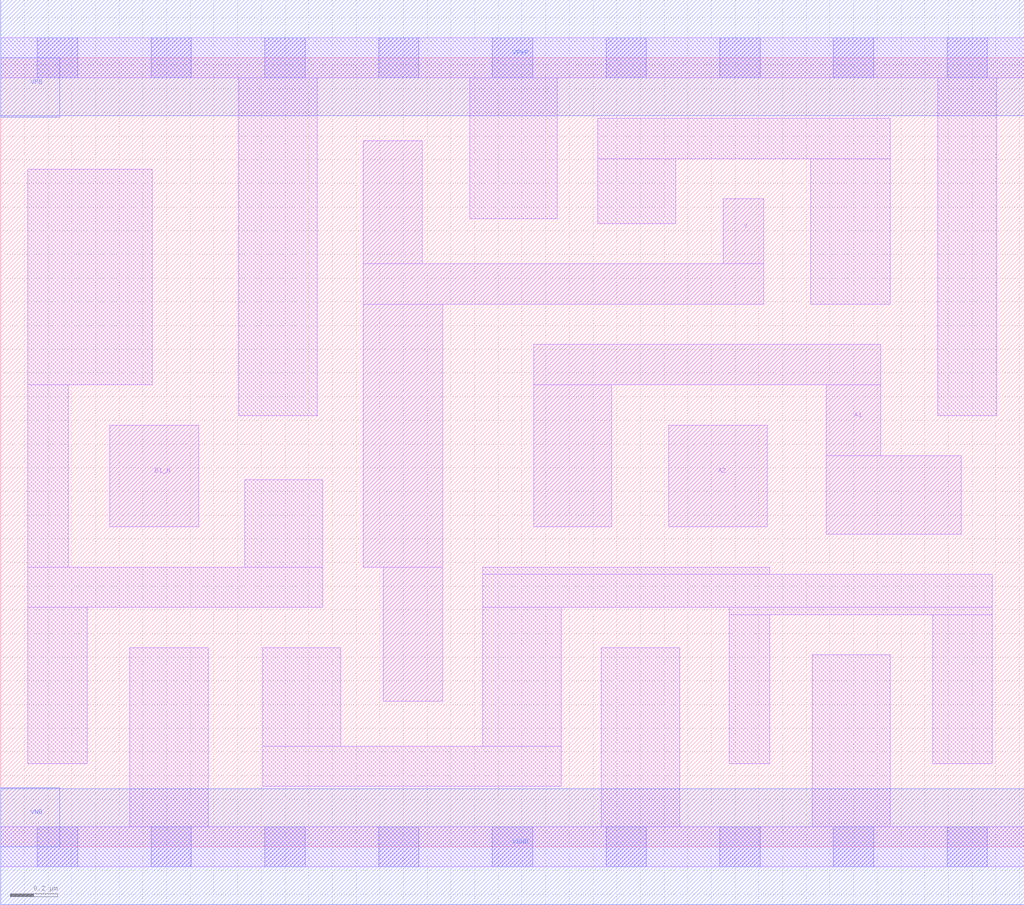
<source format=lef>
# Copyright 2020 The SkyWater PDK Authors
#
# Licensed under the Apache License, Version 2.0 (the "License");
# you may not use this file except in compliance with the License.
# You may obtain a copy of the License at
#
#     https://www.apache.org/licenses/LICENSE-2.0
#
# Unless required by applicable law or agreed to in writing, software
# distributed under the License is distributed on an "AS IS" BASIS,
# WITHOUT WARRANTIES OR CONDITIONS OF ANY KIND, either express or implied.
# See the License for the specific language governing permissions and
# limitations under the License.
#
# SPDX-License-Identifier: Apache-2.0

VERSION 5.5 ;
NAMESCASESENSITIVE ON ;
BUSBITCHARS "[]" ;
DIVIDERCHAR "/" ;
MACRO sky130_fd_sc_hs__o21bai_2
  CLASS CORE ;
  SOURCE USER ;
  ORIGIN  0.000000  0.000000 ;
  SIZE  4.320000 BY  3.330000 ;
  SYMMETRY X Y ;
  SITE unit ;
  PIN A1
    ANTENNAGATEAREA  0.558000 ;
    DIRECTION INPUT ;
    USE SIGNAL ;
    PORT
      LAYER li1 ;
        RECT 2.250000 1.350000 2.580000 1.950000 ;
        RECT 2.250000 1.950000 3.715000 2.120000 ;
        RECT 3.485000 1.320000 4.055000 1.650000 ;
        RECT 3.485000 1.650000 3.715000 1.950000 ;
    END
  END A1
  PIN A2
    ANTENNAGATEAREA  0.558000 ;
    DIRECTION INPUT ;
    USE SIGNAL ;
    PORT
      LAYER li1 ;
        RECT 2.820000 1.350000 3.235000 1.780000 ;
    END
  END A2
  PIN B1_N
    ANTENNAGATEAREA  0.246000 ;
    DIRECTION INPUT ;
    USE SIGNAL ;
    PORT
      LAYER li1 ;
        RECT 0.460000 1.350000 0.835000 1.780000 ;
    END
  END B1_N
  PIN Y
    ANTENNADIFFAREA  0.879200 ;
    DIRECTION OUTPUT ;
    USE SIGNAL ;
    PORT
      LAYER li1 ;
        RECT 1.530000 1.180000 1.865000 2.290000 ;
        RECT 1.530000 2.290000 3.220000 2.460000 ;
        RECT 1.530000 2.460000 1.780000 2.980000 ;
        RECT 1.615000 0.615000 1.865000 1.180000 ;
        RECT 3.050000 2.460000 3.220000 2.735000 ;
    END
  END Y
  PIN VGND
    DIRECTION INOUT ;
    USE GROUND ;
    PORT
      LAYER met1 ;
        RECT 0.000000 -0.245000 4.320000 0.245000 ;
    END
  END VGND
  PIN VNB
    DIRECTION INOUT ;
    USE GROUND ;
    PORT
      LAYER met1 ;
        RECT 0.000000 0.000000 0.250000 0.250000 ;
    END
  END VNB
  PIN VPB
    DIRECTION INOUT ;
    USE POWER ;
    PORT
      LAYER met1 ;
        RECT 0.000000 3.080000 0.250000 3.330000 ;
    END
  END VPB
  PIN VPWR
    DIRECTION INOUT ;
    USE POWER ;
    PORT
      LAYER met1 ;
        RECT 0.000000 3.085000 4.320000 3.575000 ;
    END
  END VPWR
  OBS
    LAYER li1 ;
      RECT 0.000000 -0.085000 4.320000 0.085000 ;
      RECT 0.000000  3.245000 4.320000 3.415000 ;
      RECT 0.115000  0.350000 0.365000 1.010000 ;
      RECT 0.115000  1.010000 1.360000 1.180000 ;
      RECT 0.115000  1.180000 0.285000 1.950000 ;
      RECT 0.115000  1.950000 0.640000 2.860000 ;
      RECT 0.545000  0.085000 0.875000 0.840000 ;
      RECT 1.005000  1.820000 1.335000 3.245000 ;
      RECT 1.030000  1.180000 1.360000 1.550000 ;
      RECT 1.105000  0.255000 2.365000 0.425000 ;
      RECT 1.105000  0.425000 1.435000 0.840000 ;
      RECT 1.980000  2.650000 2.350000 3.245000 ;
      RECT 2.035000  0.425000 2.365000 1.010000 ;
      RECT 2.035000  1.010000 4.185000 1.150000 ;
      RECT 2.035000  1.150000 3.245000 1.180000 ;
      RECT 2.520000  2.630000 2.850000 2.905000 ;
      RECT 2.520000  2.905000 3.755000 3.075000 ;
      RECT 2.535000  0.085000 2.865000 0.840000 ;
      RECT 3.075000  0.350000 3.245000 0.980000 ;
      RECT 3.075000  0.980000 4.185000 1.010000 ;
      RECT 3.420000  2.290000 3.755000 2.905000 ;
      RECT 3.425000  0.085000 3.755000 0.810000 ;
      RECT 3.935000  0.350000 4.185000 0.980000 ;
      RECT 3.955000  1.820000 4.205000 3.245000 ;
    LAYER mcon ;
      RECT 0.155000 -0.085000 0.325000 0.085000 ;
      RECT 0.155000  3.245000 0.325000 3.415000 ;
      RECT 0.635000 -0.085000 0.805000 0.085000 ;
      RECT 0.635000  3.245000 0.805000 3.415000 ;
      RECT 1.115000 -0.085000 1.285000 0.085000 ;
      RECT 1.115000  3.245000 1.285000 3.415000 ;
      RECT 1.595000 -0.085000 1.765000 0.085000 ;
      RECT 1.595000  3.245000 1.765000 3.415000 ;
      RECT 2.075000 -0.085000 2.245000 0.085000 ;
      RECT 2.075000  3.245000 2.245000 3.415000 ;
      RECT 2.555000 -0.085000 2.725000 0.085000 ;
      RECT 2.555000  3.245000 2.725000 3.415000 ;
      RECT 3.035000 -0.085000 3.205000 0.085000 ;
      RECT 3.035000  3.245000 3.205000 3.415000 ;
      RECT 3.515000 -0.085000 3.685000 0.085000 ;
      RECT 3.515000  3.245000 3.685000 3.415000 ;
      RECT 3.995000 -0.085000 4.165000 0.085000 ;
      RECT 3.995000  3.245000 4.165000 3.415000 ;
  END
END sky130_fd_sc_hs__o21bai_2

</source>
